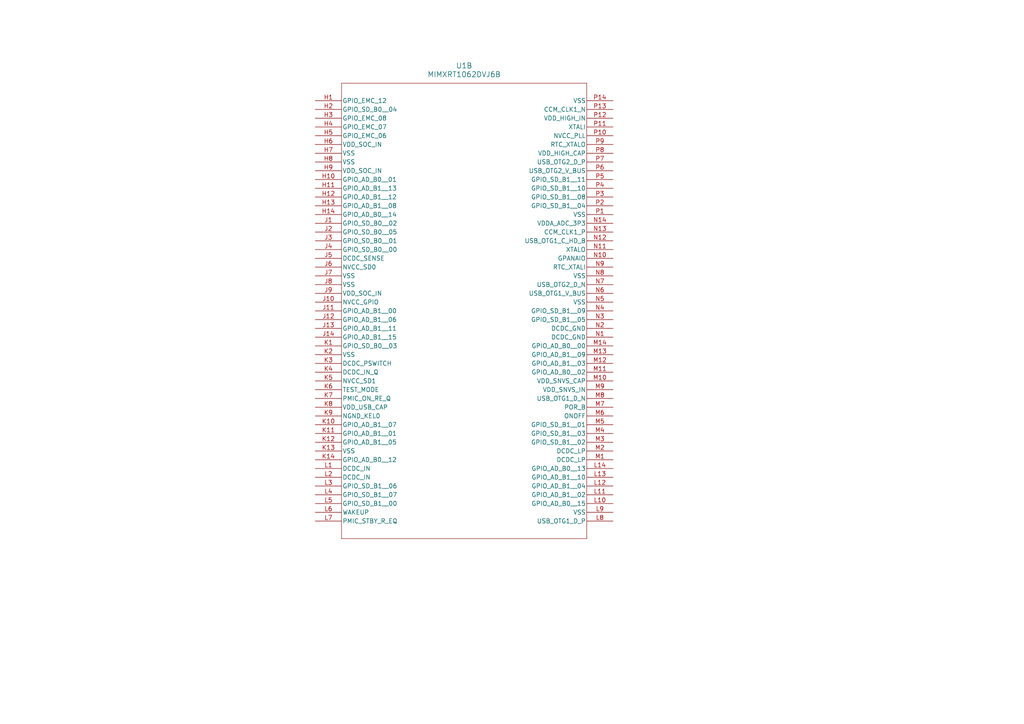
<source format=kicad_sch>
(kicad_sch (version 20250114) (generator "eeschema") (generator_version "9.0")
  (paper "A4")
  (lib_symbols
    (symbol "MIMXRT1062DVJ6B:MIMXRT1062DVJ6B" (pin_names (offset 0.254))
      (property "Reference" "U" (at 38.1 10.16 0))
      (property "Value" "MIMXRT1062DVJ6B" (at 38.1 7.62 0))
      (symbol "MIMXRT1062DVJ6B_1_1"
        (polyline (pts (xy 7.62 5.08) (xy 7.62 -127)) (stroke (width 0.127)))
        (polyline (pts (xy 7.62 -127) (xy 68.58 -127)) (stroke (width 0.127)))
        (polyline (pts (xy 68.58 5.08) (xy 7.62 5.08)) (stroke (width 0.127)))
        (polyline (pts (xy 68.58 -127) (xy 68.58 5.08)) (stroke (width 0.127)))
        (pin power_out line (at 0 0 0) (length 7.62) (name "VSS") (number "A1"))
        (pin bidirectional line (at 0 -2.54 0) (length 7.62) (name "GPIO_EMC_27") (number "A2"))
        (pin bidirectional line (at 0 -5.08 0) (length 7.62) (name "GPIO_EMC_20") (number "A3"))
        (pin bidirectional line (at 0 -7.62 0) (length 7.62) (name "GPIO_EMC_17") (number "A4"))
        (pin bidirectional line (at 0 -10.16 0) (length 7.62) (name "GPIO_EMC_16") (number "A5"))
        (pin bidirectional line (at 0 -12.7 0) (length 7.62) (name "GPIO_EMC_13") (number "A6"))
        (pin bidirectional line (at 0 -15.24 0) (length 7.62) (name "GPIO_EMC_40") (number "A7"))
        (pin bidirectional line (at 0 -17.78 0) (length 7.62) (name "GPIO_B0_06") (number "A8"))
        (pin bidirectional line (at 0 -20.32 0) (length 7.62) (name "GPIO_B0_07") (number "A9"))
        (pin bidirectional line (at 0 -22.86 0) (length 7.62) (name "GPIO_B0_11") (number "A10"))
        (pin bidirectional line (at 0 -25.4 0) (length 7.62) (name "GPIO_B1_00") (number "A11"))
        (pin bidirectional line (at 0 -27.94 0) (length 7.62) (name "GPIO_B1_08") (number "A12"))
        (pin bidirectional line (at 0 -30.48 0) (length 7.62) (name "GPIO_B1_09") (number "A13"))
        (pin power_out line (at 0 -33.02 0) (length 7.62) (name "VSS") (number "A14"))
        (pin bidirectional line (at 0 -35.56 0) (length 7.62) (name "GPIO_EMC_15") (number "B1"))
        (pin bidirectional line (at 0 -38.1 0) (length 7.62) (name "GPIO_EMC_18") (number "B2"))
        (pin bidirectional line (at 0 -40.64 0) (length 7.62) (name "GPIO_EMC_26") (number "B3"))
        (pin bidirectional line (at 0 -43.18 0) (length 7.62) (name "GPIO_EMC_19") (number "B4"))
        (pin bidirectional line (at 0 -45.72 0) (length 7.62) (name "VSS") (number "B5"))
        (pin bidirectional line (at 0 -48.26 0) (length 7.62) (name "GPIO_EMC_14") (number "B6"))
        (pin bidirectional line (at 0 -50.8 0) (length 7.62) (name "GPIO_EMC_39") (number "B7"))
        (pin bidirectional line (at 0 -53.34 0) (length 7.62) (name "GPIO_B0_05") (number "B8"))
        (pin bidirectional line (at 0 -55.88 0) (length 7.62) (name "GPIO_B0_08") (number "B9"))
        (pin bidirectional line (at 0 -58.42 0) (length 7.62) (name "VSS") (number "B10"))
        (pin bidirectional line (at 0 -60.96 0) (length 7.62) (name "GPIO_B1_01") (number "B11"))
        (pin bidirectional line (at 0 -63.5 0) (length 7.62) (name "GPIO_B1_07") (number "B12"))
        (pin bidirectional line (at 0 -66.04 0) (length 7.62) (name "GPIO_B1_10") (number "B13"))
        (pin bidirectional line (at 0 -68.58 0) (length 7.62) (name "GPIO_B1_15") (number "B14"))
        (pin bidirectional line (at 0 -71.12 0) (length 7.62) (name "GPIO_EMC_21") (number "C1"))
        (pin bidirectional line (at 0 -73.66 0) (length 7.62) (name "GPIO_EMC_09") (number "C2"))
        (pin bidirectional line (at 0 -76.2 0) (length 7.62) (name "GPIO_EMC_36") (number "C3"))
        (pin bidirectional line (at 0 -78.74 0) (length 7.62) (name "GPIO_EMC_33") (number "C4"))
        (pin bidirectional line (at 0 -81.28 0) (length 7.62) (name "GPIO_EMC_31") (number "C5"))
        (pin bidirectional line (at 0 -83.82 0) (length 7.62) (name "GPIO_EMC_30") (number "C6"))
        (pin bidirectional line (at 0 -86.36 0) (length 7.62) (name "GPIO_EMC_41") (number "C7"))
        (pin bidirectional line (at 0 -88.9 0) (length 7.62) (name "GPIO_B0_04") (number "C8"))
        (pin bidirectional line (at 0 -91.44 0) (length 7.62) (name "GPIO_B0_09") (number "C9"))
        (pin power_out line (at 0 -93.98 0) (length 7.62) (name "GPIO_B0_12") (number "C10"))
        (pin bidirectional line (at 0 -96.52 0) (length 7.62) (name "GPIO_B1_02") (number "C11"))
        (pin bidirectional line (at 0 -99.06 0) (length 7.62) (name "GPIO_B1_06") (number "C12"))
        (pin bidirectional line (at 0 -101.6 0) (length 7.62) (name "GPIO_B1_11") (number "C13"))
        (pin power_in line (at 0 -104.14 0) (length 7.62) (name "GPIO_B1_14") (number "C14"))
        (pin bidirectional line (at 0 -106.68 0) (length 7.62) (name "GPIO_EMC_28") (number "D1"))
        (pin bidirectional line (at 0 -109.22 0) (length 7.62) (name "GPIO_EMC_25") (number "D2"))
        (pin power_in line (at 0 -111.76 0) (length 7.62) (name "GPIO_EMC_24") (number "D3"))
        (pin bidirectional line (at 0 -114.3 0) (length 7.62) (name "GPIO_EMC_34") (number "D4"))
        (pin bidirectional line (at 0 -116.84 0) (length 7.62) (name "GPIO_EMC_32") (number "D5"))
        (pin bidirectional line (at 0 -119.38 0) (length 7.62) (name "GPIO_EMC_38") (number "D6"))
        (pin bidirectional line (at 0 -121.92 0) (length 7.62) (name "GPIO_B0_00") (number "D7"))
        (pin bidirectional line (at 76.2 0 180) (length 7.62) (name "GPIO_AD_B0__05") (number "G14"))
        (pin unspecified line (at 76.2 -2.54 180) (length 7.62) (name "GPIO_AD_B0__10") (number "G13"))
        (pin unspecified line (at 76.2 -5.08 180) (length 7.62) (name "GPIO_AD_B1__14") (number "G12"))
        (pin bidirectional line (at 76.2 -7.62 180) (length 7.62) (name "GPIO_AD_B0__03") (number "G11"))
        (pin bidirectional line (at 76.2 -10.16 180) (length 7.62) (name "GPIO_AD_B0__11") (number "G10"))
        (pin bidirectional line (at 76.2 -12.7 180) (length 7.62) (name "VDD_SOC_IN") (number "G9"))
        (pin input line (at 76.2 -15.24 180) (length 7.62) (name "VSS") (number "G8"))
        (pin input line (at 76.2 -17.78 180) (length 7.62) (name "VSS") (number "G7"))
        (pin power_out line (at 76.2 -20.32 180) (length 7.62) (name "VDD_SOC_IN") (number "G6"))
        (pin power_in line (at 76.2 -22.86 180) (length 7.62) (name "GPIO_EMC_05") (number "G5"))
        (pin unspecified line (at 76.2 -25.4 180) (length 7.62) (name "GPIO_EMC_03") (number "G4"))
        (pin unspecified line (at 76.2 -27.94 180) (length 7.62) (name "GPIO_EMC_11") (number "G3"))
        (pin bidirectional line (at 76.2 -30.48 180) (length 7.62) (name "GPIO_EMC_23") (number "G2"))
        (pin input line (at 76.2 -33.02 180) (length 7.62) (name "GPIO_EMC_10") (number "G1"))
        (pin unspecified line (at 76.2 -35.56 180) (length 7.62) (name "GPIO_AD_B0__09") (number "F14"))
        (pin power_out line (at 76.2 -38.1 180) (length 7.62) (name "GPIO_AD_B0__08") (number "F13"))
        (pin bidirectional line (at 76.2 -40.64 180) (length 7.62) (name "GPIO_AD_B0__07") (number "F12"))
        (pin power_in line (at 76.2 -43.18 180) (length 7.62) (name "GPIO_AD_B0__04") (number "F11"))
        (pin power_out line (at 76.2 -45.72 180) (length 7.62) (name "NVCC_GPIO") (number "F10"))
        (pin power_out line (at 76.2 -48.26 180) (length 7.62) (name "VDD_SOC_IN") (number "F9"))
        (pin bidirectional line (at 76.2 -50.8 180) (length 7.62) (name "VDD_SOC_IN") (number "F8"))
        (pin unspecified line (at 76.2 -53.34 180) (length 7.62) (name "VDD_SOC_IN") (number "F7"))
        (pin bidirectional line (at 76.2 -55.88 180) (length 7.62) (name "VDD_SOC_IN") (number "F6"))
        (pin bidirectional line (at 76.2 -58.42 180) (length 7.62) (name "NVCC_EMC") (number "F5"))
        (pin bidirectional line (at 76.2 -60.96 180) (length 7.62) (name "GPIO_EMC_02") (number "F4"))
        (pin bidirectional line (at 76.2 -63.5 180) (length 7.62) (name "GPIO_EMC_01") (number "F3"))
        (pin power_in line (at 76.2 -66.04 180) (length 7.62) (name "GPIO_EMC_04") (number "F2"))
        (pin power_out line (at 76.2 -68.58 180) (length 7.62) (name "GPIO_EMC_22") (number "F1"))
        (pin power_out line (at 76.2 -71.12 180) (length 7.62) (name "GPIO_AD_B0__06") (number "E14"))
        (pin power_in line (at 76.2 -73.66 180) (length 7.62) (name "VSS") (number "E13"))
        (pin bidirectional line (at 76.2 -76.2 180) (length 7.62) (name "GPIO_B1_04") (number "E12"))
        (pin bidirectional line (at 76.2 -78.74 180) (length 7.62) (name "GPIO_B0_15") (number "E11"))
        (pin bidirectional line (at 76.2 -81.28 180) (length 7.62) (name "GPIO_B0_14") (number "E10"))
        (pin bidirectional line (at 76.2 -83.82 180) (length 7.62) (name "NVCC_GPIO") (number "E9"))
        (pin bidirectional line (at 76.2 -86.36 180) (length 7.62) (name "GPIO_B0_02") (number "E8"))
        (pin power_in line (at 76.2 -88.9 180) (length 7.62) (name "GPIO_B0_01") (number "E7"))
        (pin power_out line (at 76.2 -91.44 180) (length 7.62) (name "NVCC_EMC") (number "E6"))
        (pin power_out line (at 76.2 -93.98 180) (length 7.62) (name "GPIO_EMC_35") (number "E5"))
        (pin power_in line (at 76.2 -96.52 180) (length 7.62) (name "GPIO_EMC_37") (number "E4"))
        (pin bidirectional line (at 76.2 -99.06 180) (length 7.62) (name "GPIO_EMC_00") (number "E3"))
        (pin bidirectional line (at 76.2 -101.6 180) (length 7.62) (name "VSS") (number "E2"))
        (pin bidirectional line (at 76.2 -104.14 180) (length 7.62) (name "GPIO_EMC_29") (number "E1"))
        (pin bidirectional line (at 76.2 -106.68 180) (length 7.62) (name "GPIO_B1_13") (number "D14"))
        (pin bidirectional line (at 76.2 -109.22 180) (length 7.62) (name "GPIO_B1_12") (number "D13"))
        (pin power_in line (at 76.2 -111.76 180) (length 7.62) (name "GPIO_B1_05") (number "D12"))
        (pin power_in line (at 76.2 -114.3 180) (length 7.62) (name "GPIO_B1_03") (number "D11"))
        (pin power_in line (at 76.2 -116.84 180) (length 7.62) (name "GPIO_B0_13") (number "D10"))
        (pin power_in line (at 76.2 -119.38 180) (length 7.62) (name "GPIO_B0_10") (number "D9"))
        (pin power_in line (at 76.2 -121.92 180) (length 7.62) (name "GPIO_B0_03") (number "D8"))
      )
      (symbol "MIMXRT1062DVJ6B_2_1"
        (polyline (pts (xy 7.62 5.08) (xy 7.62 -127)) (stroke (width 0.127)))
        (polyline (pts (xy 7.62 -127) (xy 78.74 -127)) (stroke (width 0.127)))
        (polyline (pts (xy 78.74 5.08) (xy 7.62 5.08)) (stroke (width 0.127)))
        (polyline (pts (xy 78.74 -127) (xy 78.74 5.08)) (stroke (width 0.127)))
        (pin power_out line (at 0 0 0) (length 7.62) (name "GPIO_EMC_12") (number "H1"))
        (pin unspecified line (at 0 -2.54 0) (length 7.62) (name "GPIO_SD_B0__04") (number "H2"))
        (pin unspecified line (at 0 -5.08 0) (length 7.62) (name "GPIO_EMC_08") (number "H3"))
        (pin bidirectional line (at 0 -7.62 0) (length 7.62) (name "GPIO_EMC_07") (number "H4"))
        (pin bidirectional line (at 0 -10.16 0) (length 7.62) (name "GPIO_EMC_06") (number "H5"))
        (pin bidirectional line (at 0 -12.7 0) (length 7.62) (name "VDD_SOC_IN") (number "H6"))
        (pin unspecified line (at 0 -15.24 0) (length 7.62) (name "VSS") (number "H7"))
        (pin unspecified line (at 0 -17.78 0) (length 7.62) (name "VSS") (number "H8"))
        (pin bidirectional line (at 0 -20.32 0) (length 7.62) (name "VDD_SOC_IN") (number "H9"))
        (pin power_in line (at 0 -22.86 0) (length 7.62) (name "GPIO_AD_B0__01") (number "H10"))
        (pin power_out line (at 0 -25.4 0) (length 7.62) (name "GPIO_AD_B1__13") (number "H11"))
        (pin power_out line (at 0 -27.94 0) (length 7.62) (name "GPIO_AD_B1__12") (number "H12"))
        (pin bidirectional line (at 0 -30.48 0) (length 7.62) (name "GPIO_AD_B1__08") (number "H13"))
        (pin bidirectional line (at 0 -33.02 0) (length 7.62) (name "GPIO_AD_B0__14") (number "H14"))
        (pin power_out line (at 0 -35.56 0) (length 7.62) (name "GPIO_SD_B0__02") (number "J1"))
        (pin bidirectional line (at 0 -38.1 0) (length 7.62) (name "GPIO_SD_B0__05") (number "J2"))
        (pin bidirectional line (at 0 -40.64 0) (length 7.62) (name "GPIO_SD_B0__01") (number "J3"))
        (pin power_out line (at 0 -43.18 0) (length 7.62) (name "GPIO_SD_B0__00") (number "J4"))
        (pin input line (at 0 -45.72 0) (length 7.62) (name "DCDC_SENSE") (number "J5"))
        (pin power_out line (at 0 -48.26 0) (length 7.62) (name "NVCC_SD0") (number "J6"))
        (pin bidirectional line (at 0 -50.8 0) (length 7.62) (name "VSS") (number "J7"))
        (pin bidirectional line (at 0 -53.34 0) (length 7.62) (name "VSS") (number "J8"))
        (pin bidirectional line (at 0 -55.88 0) (length 7.62) (name "VDD_SOC_IN") (number "J9"))
        (pin bidirectional line (at 0 -58.42 0) (length 7.62) (name "NVCC_GPIO") (number "J10"))
        (pin bidirectional line (at 0 -60.96 0) (length 7.62) (name "GPIO_AD_B1__00") (number "J11"))
        (pin bidirectional line (at 0 -63.5 0) (length 7.62) (name "GPIO_AD_B1__06") (number "J12"))
        (pin power_in line (at 0 -66.04 0) (length 7.62) (name "GPIO_AD_B1__11") (number "J13"))
        (pin output line (at 0 -68.58 0) (length 7.62) (name "GPIO_AD_B1__15") (number "J14"))
        (pin bidirectional line (at 0 -71.12 0) (length 7.62) (name "GPIO_SD_B0__03") (number "K1"))
        (pin bidirectional line (at 0 -73.66 0) (length 7.62) (name "VSS") (number "K2"))
        (pin bidirectional line (at 0 -76.2 0) (length 7.62) (name "DCDC_PSWITCH") (number "K3"))
        (pin bidirectional line (at 0 -78.74 0) (length 7.62) (name "DCDC_IN_Q") (number "K4"))
        (pin power_out line (at 0 -81.28 0) (length 7.62) (name "NVCC_SD1") (number "K5"))
        (pin power_out line (at 0 -83.82 0) (length 7.62) (name "TEST_MODE") (number "K6"))
        (pin bidirectional line (at 0 -86.36 0) (length 7.62) (name "PMIC_ON_RE_Q") (number "K7"))
        (pin bidirectional line (at 0 -88.9 0) (length 7.62) (name "VDD_USB_CAP") (number "K8"))
        (pin bidirectional line (at 0 -91.44 0) (length 7.62) (name "NGND_KEL0") (number "K9"))
        (pin bidirectional line (at 0 -93.98 0) (length 7.62) (name "GPIO_AD_B1__07") (number "K10"))
        (pin bidirectional line (at 0 -96.52 0) (length 7.62) (name "GPIO_AD_B1__01") (number "K11"))
        (pin bidirectional line (at 0 -99.06 0) (length 7.62) (name "GPIO_AD_B1__05") (number "K12"))
        (pin bidirectional line (at 0 -101.6 0) (length 7.62) (name "VSS") (number "K13"))
        (pin bidirectional line (at 0 -104.14 0) (length 7.62) (name "GPIO_AD_B0__12") (number "K14"))
        (pin bidirectional line (at 0 -106.68 0) (length 7.62) (name "DCDC_IN") (number "L1"))
        (pin bidirectional line (at 0 -109.22 0) (length 7.62) (name "DCDC_IN") (number "L2"))
        (pin bidirectional line (at 0 -111.76 0) (length 7.62) (name "GPIO_SD_B1__06") (number "L3"))
        (pin bidirectional line (at 0 -114.3 0) (length 7.62) (name "GPIO_SD_B1__07") (number "L4"))
        (pin bidirectional line (at 0 -116.84 0) (length 7.62) (name "GPIO_SD_B1__00") (number "L5"))
        (pin bidirectional line (at 0 -119.38 0) (length 7.62) (name "WAKEUP") (number "L6"))
        (pin bidirectional line (at 0 -121.92 0) (length 7.62) (name "PMIC_STBY_R_EQ") (number "L7"))
        (pin power_out line (at 86.36 0 180) (length 7.62) (name "VSS") (number "P14"))
        (pin bidirectional line (at 86.36 -2.54 180) (length 7.62) (name "CCM_CLK1_N") (number "P13"))
        (pin power_in line (at 86.36 -5.08 180) (length 7.62) (name "VDD_HIGH_IN") (number "P12"))
        (pin input line (at 86.36 -7.62 180) (length 7.62) (name "XTALI") (number "P11"))
        (pin power_in line (at 86.36 -10.16 180) (length 7.62) (name "NVCC_PLL") (number "P10"))
        (pin power_in line (at 86.36 -12.7 180) (length 7.62) (name "RTC_XTALO") (number "P9"))
        (pin bidirectional line (at 86.36 -15.24 180) (length 7.62) (name "VDD_HIGH_CAP") (number "P8"))
        (pin bidirectional line (at 86.36 -17.78 180) (length 7.62) (name "USB_OTG2_D_P") (number "P7"))
        (pin output line (at 86.36 -20.32 180) (length 7.62) (name "USB_OTG2_V_BUS") (number "P6"))
        (pin bidirectional line (at 86.36 -22.86 180) (length 7.62) (name "GPIO_SD_B1__11") (number "P5"))
        (pin bidirectional line (at 86.36 -25.4 180) (length 7.62) (name "GPIO_SD_B1__10") (number "P4"))
        (pin bidirectional line (at 86.36 -27.94 180) (length 7.62) (name "GPIO_SD_B1__08") (number "P3"))
        (pin bidirectional line (at 86.36 -30.48 180) (length 7.62) (name "GPIO_SD_B1__04") (number "P2"))
        (pin bidirectional line (at 86.36 -33.02 180) (length 7.62) (name "VSS") (number "P1"))
        (pin power_in line (at 86.36 -35.56 180) (length 7.62) (name "VDDA_ADC_3P3") (number "N14"))
        (pin bidirectional line (at 86.36 -38.1 180) (length 7.62) (name "CCM_CLK1_P") (number "N13"))
        (pin bidirectional line (at 86.36 -40.64 180) (length 7.62) (name "USB_OTG1_C_HD_B") (number "N12"))
        (pin bidirectional line (at 86.36 -43.18 180) (length 7.62) (name "XTALO") (number "N11"))
        (pin bidirectional line (at 86.36 -45.72 180) (length 7.62) (name "GPANAIO") (number "N10"))
        (pin bidirectional line (at 86.36 -48.26 180) (length 7.62) (name "RTC_XTALI") (number "N9"))
        (pin bidirectional line (at 86.36 -50.8 180) (length 7.62) (name "VSS") (number "N8"))
        (pin power_out line (at 86.36 -53.34 180) (length 7.62) (name "USB_OTG2_D_N") (number "N7"))
        (pin bidirectional line (at 86.36 -55.88 180) (length 7.62) (name "USB_OTG1_V_BUS") (number "N6"))
        (pin bidirectional line (at 86.36 -58.42 180) (length 7.62) (name "VSS") (number "N5"))
        (pin bidirectional line (at 86.36 -60.96 180) (length 7.62) (name "GPIO_SD_B1__09") (number "N4"))
        (pin bidirectional line (at 86.36 -63.5 180) (length 7.62) (name "GPIO_SD_B1__05") (number "N3"))
        (pin bidirectional line (at 86.36 -66.04 180) (length 7.62) (name "DCDC_GND") (number "N2"))
        (pin bidirectional line (at 86.36 -68.58 180) (length 7.62) (name "DCDC_GND") (number "N1"))
        (pin bidirectional line (at 86.36 -71.12 180) (length 7.62) (name "GPIO_AD_B0__00") (number "M14"))
        (pin power_in line (at 86.36 -73.66 180) (length 7.62) (name "GPIO_AD_B1__09") (number "M13"))
        (pin bidirectional line (at 86.36 -76.2 180) (length 7.62) (name "GPIO_AD_B1__03") (number "M12"))
        (pin bidirectional line (at 86.36 -78.74 180) (length 7.62) (name "GPIO_AD_B0__02") (number "M11"))
        (pin bidirectional line (at 86.36 -81.28 180) (length 7.62) (name "VDD_SNVS_CAP") (number "M10"))
        (pin bidirectional line (at 86.36 -83.82 180) (length 7.62) (name "VDD_SNVS_IN") (number "M9"))
        (pin bidirectional line (at 86.36 -86.36 180) (length 7.62) (name "USB_OTG1_D_N") (number "M8"))
        (pin bidirectional line (at 86.36 -88.9 180) (length 7.62) (name "POR_B") (number "M7"))
        (pin bidirectional line (at 86.36 -91.44 180) (length 7.62) (name "ONOFF") (number "M6"))
        (pin bidirectional line (at 86.36 -93.98 180) (length 7.62) (name "GPIO_SD_B1__01") (number "M5"))
        (pin bidirectional line (at 86.36 -96.52 180) (length 7.62) (name "GPIO_SD_B1__03") (number "M4"))
        (pin bidirectional line (at 86.36 -99.06 180) (length 7.62) (name "GPIO_SD_B1__02") (number "M3"))
        (pin bidirectional line (at 86.36 -101.6 180) (length 7.62) (name "DCDC_LP") (number "M2"))
        (pin bidirectional line (at 86.36 -104.14 180) (length 7.62) (name "DCDC_LP") (number "M1"))
        (pin bidirectional line (at 86.36 -106.68 180) (length 7.62) (name "GPIO_AD_B0__13") (number "L14"))
        (pin bidirectional line (at 86.36 -109.22 180) (length 7.62) (name "GPIO_AD_B1__10") (number "L13"))
        (pin power_in line (at 86.36 -111.76 180) (length 7.62) (name "GPIO_AD_B1__04") (number "L12"))
        (pin bidirectional line (at 86.36 -114.3 180) (length 7.62) (name "GPIO_AD_B1__02") (number "L11"))
        (pin power_out line (at 86.36 -116.84 180) (length 7.62) (name "GPIO_AD_B0__15") (number "L10"))
        (pin bidirectional line (at 86.36 -119.38 180) (length 7.62) (name "VSS") (number "L9"))
        (pin bidirectional line (at 86.36 -121.92 180) (length 7.62) (name "USB_OTG1_D_P") (number "L8"))
      )
    )
  )
  (symbol (lib_id "MIMXRT1062DVJ6B:MIMXRT1062DVJ6B") (at 91.44 29.21 0) (unit 2)
    (property "Reference" "U1" (at 134.62 19.05 0) (effects (font (size 1.524 1.524))))
    (property "Value" "MIMXRT1062DVJ6B" (at 134.62 21.59 0) (effects (font (size 1.524 1.524))))
    (property "Footprint" "BGA196_MIMXRT_NXP" (effects (hide yes)))
    (property "Datasheet" "MIMXRT1062DVJ6B" (effects (hide yes)))
  )
)
</source>
